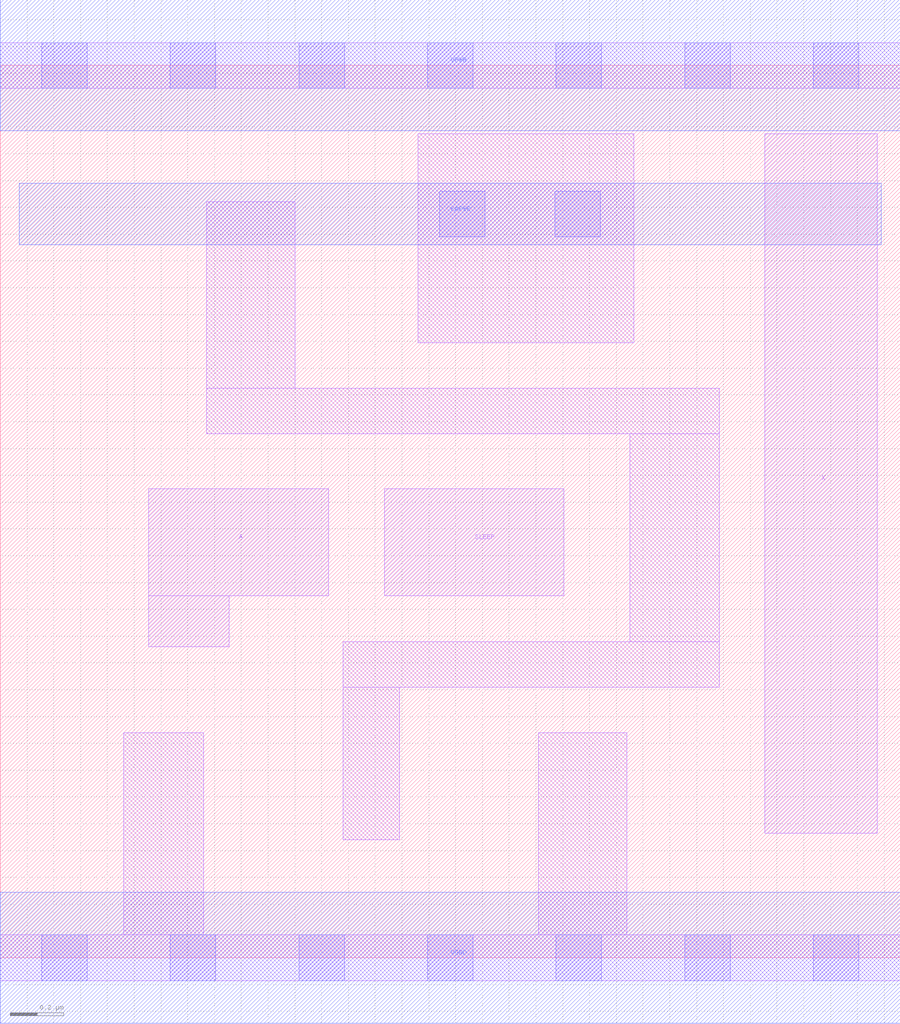
<source format=lef>
# Copyright 2020 The SkyWater PDK Authors
#
# Licensed under the Apache License, Version 2.0 (the "License");
# you may not use this file except in compliance with the License.
# You may obtain a copy of the License at
#
#     https://www.apache.org/licenses/LICENSE-2.0
#
# Unless required by applicable law or agreed to in writing, software
# distributed under the License is distributed on an "AS IS" BASIS,
# WITHOUT WARRANTIES OR CONDITIONS OF ANY KIND, either express or implied.
# See the License for the specific language governing permissions and
# limitations under the License.
#
# SPDX-License-Identifier: Apache-2.0

VERSION 5.7 ;
  NAMESCASESENSITIVE ON ;
  NOWIREEXTENSIONATPIN ON ;
  DIVIDERCHAR "/" ;
  BUSBITCHARS "[]" ;
UNITS
  DATABASE MICRONS 200 ;
END UNITS
MACRO sky130_fd_sc_lp__iso1p_lp
  CLASS CORE ;
  SOURCE USER ;
  FOREIGN sky130_fd_sc_lp__iso1p_lp ;
  ORIGIN  0.000000  0.000000 ;
  SIZE  3.360000 BY  3.330000 ;
  SYMMETRY X Y R90 ;
  SITE unit ;
  PIN A
    ANTENNAGATEAREA  0.189000 ;
    DIRECTION INPUT ;
    USE SIGNAL ;
    PORT
      LAYER li1 ;
        RECT 0.555000 1.160000 0.855000 1.350000 ;
        RECT 0.555000 1.350000 1.225000 1.750000 ;
    END
  END A
  PIN SLEEP
    ANTENNAGATEAREA  0.189000 ;
    DIRECTION INPUT ;
    USE SIGNAL ;
    PORT
      LAYER li1 ;
        RECT 1.435000 1.350000 2.105000 1.750000 ;
    END
  END SLEEP
  PIN X
    ANTENNADIFFAREA  0.445200 ;
    DIRECTION OUTPUT ;
    USE SIGNAL ;
    PORT
      LAYER li1 ;
        RECT 2.855000 0.465000 3.275000 3.075000 ;
    END
  END X
  PIN KAPWR
    DIRECTION INOUT ;
    USE POWER ;
    PORT
      LAYER met1 ;
        RECT 0.070000 2.660000 3.290000 2.890000 ;
    END
  END KAPWR
  PIN VGND
    DIRECTION INOUT ;
    USE GROUND ;
    PORT
      LAYER met1 ;
        RECT 0.000000 -0.245000 3.360000 0.245000 ;
    END
  END VGND
  PIN VPWR
    DIRECTION INOUT ;
    USE POWER ;
    PORT
      LAYER met1 ;
        RECT 0.000000 3.085000 3.360000 3.575000 ;
    END
  END VPWR
  OBS
    LAYER li1 ;
      RECT 0.000000 -0.085000 3.360000 0.085000 ;
      RECT 0.000000  3.245000 3.360000 3.415000 ;
      RECT 0.460000  0.085000 0.760000 0.840000 ;
      RECT 0.770000  1.955000 2.685000 2.125000 ;
      RECT 0.770000  2.125000 1.100000 2.820000 ;
      RECT 1.280000  0.440000 1.490000 1.010000 ;
      RECT 1.280000  1.010000 2.685000 1.180000 ;
      RECT 1.560000  2.295000 2.365000 3.075000 ;
      RECT 2.010000  0.085000 2.340000 0.840000 ;
      RECT 2.350000  1.180000 2.685000 1.955000 ;
    LAYER mcon ;
      RECT 0.155000 -0.085000 0.325000 0.085000 ;
      RECT 0.155000  3.245000 0.325000 3.415000 ;
      RECT 0.635000 -0.085000 0.805000 0.085000 ;
      RECT 0.635000  3.245000 0.805000 3.415000 ;
      RECT 1.115000 -0.085000 1.285000 0.085000 ;
      RECT 1.115000  3.245000 1.285000 3.415000 ;
      RECT 1.595000 -0.085000 1.765000 0.085000 ;
      RECT 1.595000  3.245000 1.765000 3.415000 ;
      RECT 1.640000  2.690000 1.810000 2.860000 ;
      RECT 2.070000  2.690000 2.240000 2.860000 ;
      RECT 2.075000 -0.085000 2.245000 0.085000 ;
      RECT 2.075000  3.245000 2.245000 3.415000 ;
      RECT 2.555000 -0.085000 2.725000 0.085000 ;
      RECT 2.555000  3.245000 2.725000 3.415000 ;
      RECT 3.035000 -0.085000 3.205000 0.085000 ;
      RECT 3.035000  3.245000 3.205000 3.415000 ;
  END
END sky130_fd_sc_lp__iso1p_lp

</source>
